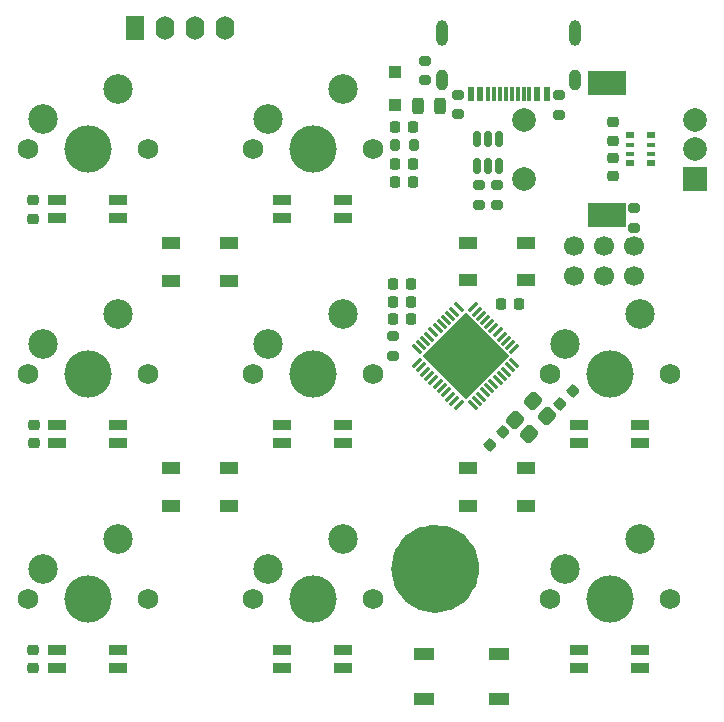
<source format=gbr>
%TF.GenerationSoftware,KiCad,Pcbnew,6.0.0*%
%TF.CreationDate,2022-01-07T19:46:57+01:00*%
%TF.ProjectId,1337-v4.0,31333337-2d76-4342-9e30-2e6b69636164,4.0*%
%TF.SameCoordinates,Original*%
%TF.FileFunction,Soldermask,Bot*%
%TF.FilePolarity,Negative*%
%FSLAX46Y46*%
G04 Gerber Fmt 4.6, Leading zero omitted, Abs format (unit mm)*
G04 Created by KiCad (PCBNEW 6.0.0) date 2022-01-07 19:46:57*
%MOMM*%
%LPD*%
G01*
G04 APERTURE LIST*
G04 Aperture macros list*
%AMRoundRect*
0 Rectangle with rounded corners*
0 $1 Rounding radius*
0 $2 $3 $4 $5 $6 $7 $8 $9 X,Y pos of 4 corners*
0 Add a 4 corners polygon primitive as box body*
4,1,4,$2,$3,$4,$5,$6,$7,$8,$9,$2,$3,0*
0 Add four circle primitives for the rounded corners*
1,1,$1+$1,$2,$3*
1,1,$1+$1,$4,$5*
1,1,$1+$1,$6,$7*
1,1,$1+$1,$8,$9*
0 Add four rect primitives between the rounded corners*
20,1,$1+$1,$2,$3,$4,$5,0*
20,1,$1+$1,$4,$5,$6,$7,0*
20,1,$1+$1,$6,$7,$8,$9,0*
20,1,$1+$1,$8,$9,$2,$3,0*%
%AMRotRect*
0 Rectangle, with rotation*
0 The origin of the aperture is its center*
0 $1 length*
0 $2 width*
0 $3 Rotation angle, in degrees counterclockwise*
0 Add horizontal line*
21,1,$1,$2,0,0,$3*%
G04 Aperture macros list end*
%ADD10C,3.750000*%
%ADD11C,1.750000*%
%ADD12C,4.000000*%
%ADD13C,2.500000*%
%ADD14RoundRect,0.082000X-0.718000X0.328000X-0.718000X-0.328000X0.718000X-0.328000X0.718000X0.328000X0*%
%ADD15R,1.600000X2.000000*%
%ADD16O,1.600000X2.000000*%
%ADD17R,2.000000X2.000000*%
%ADD18C,2.000000*%
%ADD19R,3.200000X2.000000*%
%ADD20R,0.600000X1.150000*%
%ADD21R,0.300000X1.150000*%
%ADD22O,1.000000X1.800000*%
%ADD23O,1.000000X2.200000*%
%ADD24RoundRect,0.225000X0.225000X0.250000X-0.225000X0.250000X-0.225000X-0.250000X0.225000X-0.250000X0*%
%ADD25RoundRect,0.225000X-0.017678X0.335876X-0.335876X0.017678X0.017678X-0.335876X0.335876X-0.017678X0*%
%ADD26R,1.100000X1.100000*%
%ADD27RoundRect,0.200000X0.275000X-0.200000X0.275000X0.200000X-0.275000X0.200000X-0.275000X-0.200000X0*%
%ADD28RoundRect,0.225000X-0.250000X0.225000X-0.250000X-0.225000X0.250000X-0.225000X0.250000X0.225000X0*%
%ADD29C,1.700000*%
%ADD30RoundRect,0.150000X-0.150000X0.512500X-0.150000X-0.512500X0.150000X-0.512500X0.150000X0.512500X0*%
%ADD31RoundRect,0.170000X-0.255000X-0.330000X0.255000X-0.330000X0.255000X0.330000X-0.255000X0.330000X0*%
%ADD32R,1.500000X1.000000*%
%ADD33RoundRect,0.225000X0.017678X-0.335876X0.335876X-0.017678X-0.017678X0.335876X-0.335876X0.017678X0*%
%ADD34RoundRect,0.170000X-0.330000X0.255000X-0.330000X-0.255000X0.330000X-0.255000X0.330000X0.255000X0*%
%ADD35R,0.800000X0.500000*%
%ADD36R,0.800000X0.400000*%
%ADD37RoundRect,0.200000X-0.275000X0.200000X-0.275000X-0.200000X0.275000X-0.200000X0.275000X0.200000X0*%
%ADD38RoundRect,0.225000X-0.225000X-0.250000X0.225000X-0.250000X0.225000X0.250000X-0.225000X0.250000X0*%
%ADD39RoundRect,0.243750X0.243750X0.456250X-0.243750X0.456250X-0.243750X-0.456250X0.243750X-0.456250X0*%
%ADD40RoundRect,0.062500X0.291682X0.380070X-0.380070X-0.291682X-0.291682X-0.380070X0.380070X0.291682X0*%
%ADD41RoundRect,0.062500X-0.291682X0.380070X-0.380070X0.291682X0.291682X-0.380070X0.380070X-0.291682X0*%
%ADD42RotRect,5.200000X5.200000X225.000000*%
%ADD43RoundRect,0.300000X0.070711X0.494975X-0.494975X-0.070711X-0.070711X-0.494975X0.494975X0.070711X0*%
%ADD44RoundRect,0.225000X0.250000X-0.225000X0.250000X0.225000X-0.250000X0.225000X-0.250000X-0.225000X0*%
%ADD45R,1.700000X1.000000*%
G04 APERTURE END LIST*
%TO.C,G\u002A\u002A\u002A*%
D10*
X113665000Y-81790000D02*
G75*
G03*
X113665000Y-81790000I-1875000J0D01*
G01*
%TD*%
D11*
%TO.C,MX8*%
X106485479Y-84389521D03*
D12*
X101405479Y-84389521D03*
D11*
X96325479Y-84389521D03*
D13*
X97595479Y-81849521D03*
X103945479Y-79309521D03*
%TD*%
D14*
%TO.C,D5*%
X123955479Y-69669520D03*
X123955479Y-71169520D03*
X129155479Y-71169520D03*
X129155479Y-69669520D03*
%TD*%
D11*
%TO.C,MX7*%
X87435479Y-84389521D03*
X77275479Y-84389521D03*
D12*
X82355479Y-84389521D03*
D13*
X78545479Y-81849521D03*
X84895479Y-79309521D03*
%TD*%
D14*
%TO.C,D6*%
X79755479Y-88719520D03*
X79755479Y-90219520D03*
X84955479Y-90219520D03*
X84955479Y-88719520D03*
%TD*%
D11*
%TO.C,MX1*%
X77275479Y-46289521D03*
X87435479Y-46289521D03*
D12*
X82355479Y-46289521D03*
D13*
X78545479Y-43749521D03*
X84895479Y-41209521D03*
%TD*%
D11*
%TO.C,MX6*%
X121475479Y-65339521D03*
D12*
X126555479Y-65339521D03*
D11*
X131635479Y-65339521D03*
D13*
X122745479Y-62799521D03*
X129095479Y-60259521D03*
%TD*%
D14*
%TO.C,D1*%
X79755479Y-50619520D03*
X79755479Y-52119520D03*
X84955479Y-52119520D03*
X84955479Y-50619520D03*
%TD*%
D15*
%TO.C,U1*%
X86384229Y-36055771D03*
D16*
X88924229Y-36055771D03*
X91464229Y-36055771D03*
X94004229Y-36055771D03*
%TD*%
D12*
%TO.C,MX9*%
X126555479Y-84389521D03*
D11*
X121475479Y-84389521D03*
X131635479Y-84389521D03*
D13*
X122745479Y-81849521D03*
X129095479Y-79309521D03*
%TD*%
D11*
%TO.C,MX4*%
X87435479Y-65339521D03*
D12*
X82355479Y-65339521D03*
D11*
X77275479Y-65339521D03*
D13*
X78545479Y-62799521D03*
X84895479Y-60259521D03*
%TD*%
D14*
%TO.C,D2*%
X98805479Y-50619520D03*
X98805479Y-52119520D03*
X104005479Y-52119520D03*
X104005479Y-50619520D03*
%TD*%
D17*
%TO.C,MX3*%
X133805479Y-48789521D03*
D18*
X133805479Y-43789521D03*
X133805479Y-46289521D03*
D19*
X126305479Y-51889521D03*
X126305479Y-40689521D03*
D18*
X119305479Y-43789521D03*
X119305479Y-48789521D03*
%TD*%
D14*
%TO.C,D3*%
X79755479Y-69669520D03*
X79755479Y-71169520D03*
X84955479Y-71169520D03*
X84955479Y-69669520D03*
%TD*%
%TO.C,D7*%
X98805479Y-88719520D03*
X98805479Y-90219520D03*
X104005479Y-90219520D03*
X104005479Y-88719520D03*
%TD*%
%TO.C,D8*%
X123955479Y-88719520D03*
X123955479Y-90219520D03*
X129155479Y-90219520D03*
X129155479Y-88719520D03*
%TD*%
%TO.C,D4*%
X98805479Y-69669520D03*
X98805479Y-71169520D03*
X104005479Y-71169520D03*
X104005479Y-69669520D03*
%TD*%
D11*
%TO.C,MX2*%
X96325479Y-46289521D03*
X106485479Y-46289521D03*
D12*
X101405479Y-46289521D03*
D13*
X97595479Y-43749521D03*
X103945479Y-41209521D03*
%TD*%
D11*
%TO.C,MX5*%
X106485479Y-65339521D03*
D12*
X101405479Y-65339521D03*
D11*
X96325479Y-65339521D03*
D13*
X97595479Y-62799521D03*
X103945479Y-60259521D03*
%TD*%
D20*
%TO.C,J1*%
X114819229Y-41645771D03*
X115619229Y-41645771D03*
D21*
X116769229Y-41645771D03*
X117769229Y-41645771D03*
X118269229Y-41645771D03*
X119269229Y-41645771D03*
D20*
X120419229Y-41645771D03*
X121219229Y-41645771D03*
X121219229Y-41645771D03*
X120419229Y-41645771D03*
D21*
X119769229Y-41645771D03*
X118769229Y-41645771D03*
X117269229Y-41645771D03*
X116269229Y-41645771D03*
D20*
X115619229Y-41645771D03*
X114819229Y-41645771D03*
D22*
X112399229Y-40445771D03*
X123639229Y-40445771D03*
D23*
X123639229Y-36445771D03*
X112399229Y-36445771D03*
%TD*%
D24*
%TO.C,C10*%
X109749229Y-60695771D03*
X108199229Y-60695771D03*
%TD*%
D25*
%TO.C,C11*%
X123452237Y-66767763D03*
X122356221Y-67863779D03*
%TD*%
D24*
%TO.C,C7*%
X109749229Y-57695771D03*
X108199229Y-57695771D03*
%TD*%
D26*
%TO.C,D9*%
X108389229Y-39780771D03*
X108389229Y-42580771D03*
%TD*%
D27*
%TO.C,R3*%
X117019229Y-50975771D03*
X117019229Y-49325771D03*
%TD*%
%TO.C,R2*%
X113749229Y-43340771D03*
X113749229Y-41690771D03*
%TD*%
D28*
%TO.C,C12*%
X77824229Y-69620771D03*
X77824229Y-71170771D03*
%TD*%
%TO.C,C6*%
X77774229Y-50620771D03*
X77774229Y-52170771D03*
%TD*%
D24*
%TO.C,C5*%
X109949229Y-49045771D03*
X108399229Y-49045771D03*
%TD*%
D27*
%TO.C,R4*%
X115509229Y-50975771D03*
X115509229Y-49325771D03*
%TD*%
D29*
%TO.C,J2*%
X123559229Y-54450771D03*
X123559229Y-56990771D03*
X126099229Y-54450771D03*
X126099229Y-56990771D03*
X128639229Y-54450771D03*
X128639229Y-56990771D03*
%TD*%
D30*
%TO.C,U2*%
X115319229Y-45433271D03*
X116269229Y-45433271D03*
X117219229Y-45433271D03*
X117219229Y-47708271D03*
X116269229Y-47708271D03*
X115319229Y-47708271D03*
%TD*%
D31*
%TO.C,FB2*%
X108359229Y-45960771D03*
X109959229Y-45960771D03*
%TD*%
D32*
%TO.C,D13*%
X89430479Y-76464521D03*
X89430479Y-73264521D03*
X94330479Y-73264521D03*
X94330479Y-76464521D03*
%TD*%
D33*
%TO.C,C13*%
X116396221Y-71293779D03*
X117492237Y-70197763D03*
%TD*%
D34*
%TO.C,FB1*%
X110934229Y-38815771D03*
X110934229Y-40415771D03*
%TD*%
D35*
%TO.C,RN1*%
X128286729Y-47489521D03*
D36*
X128286729Y-46689521D03*
X128286729Y-45889521D03*
D35*
X128286729Y-45089521D03*
X130086729Y-45089521D03*
D36*
X130086729Y-45889521D03*
X130086729Y-46689521D03*
D35*
X130086729Y-47489521D03*
%TD*%
D27*
%TO.C,R5*%
X128649229Y-52945771D03*
X128649229Y-51295771D03*
%TD*%
D24*
%TO.C,C3*%
X109924229Y-47520771D03*
X108374229Y-47520771D03*
%TD*%
D37*
%TO.C,R6*%
X108224229Y-62120771D03*
X108224229Y-63770771D03*
%TD*%
D24*
%TO.C,C8*%
X109749229Y-59195771D03*
X108199229Y-59195771D03*
%TD*%
D32*
%TO.C,D12*%
X114574229Y-76464521D03*
X114574229Y-73264521D03*
X119474229Y-73264521D03*
X119474229Y-76464521D03*
%TD*%
D38*
%TO.C,C9*%
X117349229Y-59395771D03*
X118899229Y-59395771D03*
%TD*%
%TO.C,C1*%
X108374229Y-44380771D03*
X109924229Y-44380771D03*
%TD*%
D39*
%TO.C,F1*%
X112206729Y-42610771D03*
X110331729Y-42610771D03*
%TD*%
D32*
%TO.C,D11*%
X89430479Y-57414521D03*
X89430479Y-54214521D03*
X94330479Y-54214521D03*
X94330479Y-57414521D03*
%TD*%
%TO.C,D10*%
X114574229Y-57395771D03*
X114574229Y-54195771D03*
X119474229Y-54195771D03*
X119474229Y-57395771D03*
%TD*%
D40*
%TO.C,U3*%
X114946431Y-59678885D03*
X115299984Y-60032439D03*
X115653538Y-60385992D03*
X116007091Y-60739545D03*
X116360644Y-61093099D03*
X116714198Y-61446652D03*
X117067751Y-61800206D03*
X117421305Y-62153759D03*
X117774858Y-62507312D03*
X118128411Y-62860866D03*
X118481965Y-63214419D03*
D41*
X118481965Y-64398823D03*
X118128411Y-64752376D03*
X117774858Y-65105930D03*
X117421305Y-65459483D03*
X117067751Y-65813036D03*
X116714198Y-66166590D03*
X116360644Y-66520143D03*
X116007091Y-66873697D03*
X115653538Y-67227250D03*
X115299984Y-67580803D03*
X114946431Y-67934357D03*
D40*
X113762027Y-67934357D03*
X113408474Y-67580803D03*
X113054920Y-67227250D03*
X112701367Y-66873697D03*
X112347814Y-66520143D03*
X111994260Y-66166590D03*
X111640707Y-65813036D03*
X111287153Y-65459483D03*
X110933600Y-65105930D03*
X110580047Y-64752376D03*
X110226493Y-64398823D03*
D41*
X110226493Y-63214419D03*
X110580047Y-62860866D03*
X110933600Y-62507312D03*
X111287153Y-62153759D03*
X111640707Y-61800206D03*
X111994260Y-61446652D03*
X112347814Y-61093099D03*
X112701367Y-60739545D03*
X113054920Y-60385992D03*
X113408474Y-60032439D03*
X113762027Y-59678885D03*
D42*
X114354229Y-63806621D03*
%TD*%
D43*
%TO.C,Y1*%
X121293087Y-68828994D03*
X119737452Y-70384629D03*
X118535371Y-69182548D03*
X120091006Y-67626913D03*
%TD*%
D44*
%TO.C,C2*%
X126844229Y-45560771D03*
X126844229Y-44010771D03*
%TD*%
D28*
%TO.C,C14*%
X77774229Y-88670771D03*
X77774229Y-90220771D03*
%TD*%
D37*
%TO.C,R1*%
X122299229Y-41715771D03*
X122299229Y-43365771D03*
%TD*%
D45*
%TO.C,SW1*%
X117174229Y-89020771D03*
X110874229Y-89020771D03*
X110874229Y-92820771D03*
X117174229Y-92820771D03*
%TD*%
D28*
%TO.C,C4*%
X126844229Y-47000771D03*
X126844229Y-48550771D03*
%TD*%
M02*

</source>
